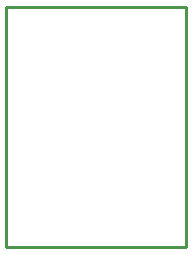
<source format=gko>
G04 Layer: BoardOutlineLayer*
G04 EasyEDA Pro v1.9.29, 2023-03-16 20:55:29*
G04 Gerber Generator version 0.3*
G04 Scale: 100 percent, Rotated: No, Reflected: No*
G04 Dimensions in millimeters*
G04 Leading zeros omitted, absolute positions, 3 integers and 3 decimals*
%FSLAX33Y33*%
%MOMM*%
%ADD10C,0.254*%
G75*


G04 Rect Start*
G54D10*
G01X0Y20320D02*
G01X0Y0D01*
G01X15240D01*
G01Y20320D01*
G01X0D01*
G04 Rect End*

M02*

</source>
